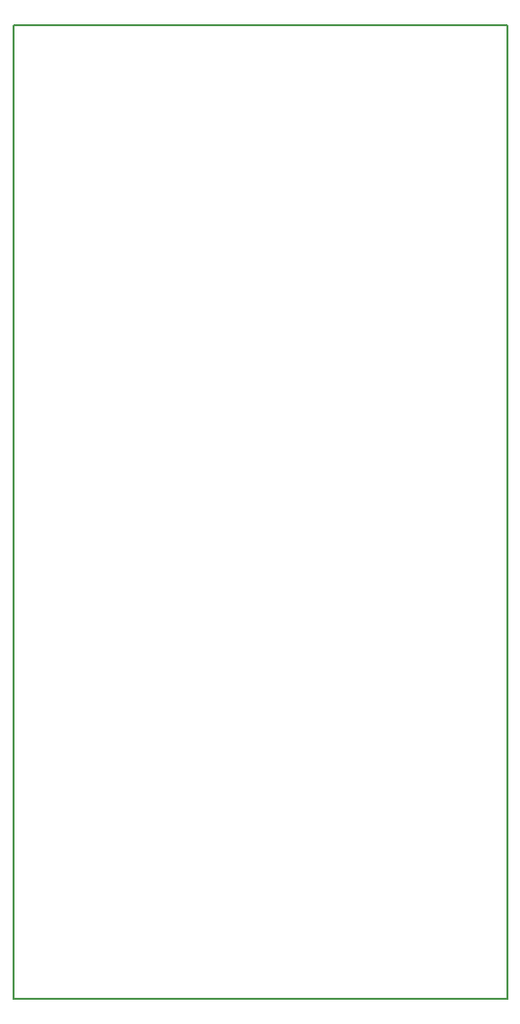
<source format=gbr>
G04 #@! TF.FileFunction,Profile,NP*
%FSLAX46Y46*%
G04 Gerber Fmt 4.6, Leading zero omitted, Abs format (unit mm)*
G04 Created by KiCad (PCBNEW 4.0.7) date 06/11/18 11:57:10*
%MOMM*%
%LPD*%
G01*
G04 APERTURE LIST*
%ADD10C,0.100000*%
%ADD11C,0.150000*%
G04 APERTURE END LIST*
D10*
D11*
X114300000Y-142240000D02*
X114300000Y-144780000D01*
X157480000Y-142240000D02*
X157480000Y-144780000D01*
X114300000Y-59690000D02*
X114300000Y-60960000D01*
X157480000Y-59690000D02*
X114300000Y-59690000D01*
X157480000Y-142240000D02*
X157480000Y-59690000D01*
X114300000Y-144780000D02*
X157480000Y-144780000D01*
X114300000Y-60960000D02*
X114300000Y-142240000D01*
M02*

</source>
